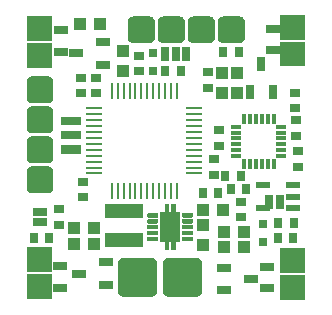
<source format=gts>
G04 DipTrace Beta 2.3.5.2*
%INLulfroMiniBrush.GTS*%
%MOIN*%
%ADD21R,0.025X0.05*%
%ADD22R,0.05X0.025*%
%ADD25R,0.0354X0.0276*%
%ADD26R,0.0276X0.0354*%
%ADD29R,0.0394X0.0433*%
%ADD30R,0.0433X0.0394*%
%ADD31R,0.0315X0.0315*%
%ADD32R,0.0472X0.0315*%
%ADD36R,0.0472X0.0217*%
%ADD42R,0.058X0.011*%
%ADD43R,0.011X0.058*%
%ADD53O,0.0158X0.0375*%
%ADD55O,0.0375X0.0158*%
%ADD57R,0.126X0.0512*%
%ADD61R,0.0453X0.0296*%
%ADD63R,0.0296X0.0453*%
%FSLAX44Y44*%
G04*
G70*
G90*
G75*
G01*
%LNTopMask*%
%LPD*%
D21*
X5375Y8250D3*
X5021D3*
X4658D3*
G36*
X776Y3618D2*
X224D1*
X207D1*
X190Y3621D1*
X172Y3626D1*
X156Y3632D1*
X140Y3640D1*
X125Y3650D1*
X111Y3661D1*
X99Y3674D1*
X87Y3688D1*
X78Y3702D1*
X70Y3718D1*
X63Y3735D1*
X59Y3752D1*
X56Y3770D1*
X55Y3787D1*
Y4338D1*
X56Y4355D1*
X59Y4373D1*
X63Y4390D1*
X70Y4407D1*
X78Y4423D1*
X87Y4437D1*
X99Y4451D1*
X111Y4464D1*
X125Y4475D1*
X140Y4485D1*
X156Y4493D1*
X172Y4499D1*
X190Y4504D1*
X207Y4507D1*
X224Y4508D1*
X776D1*
X793Y4507D1*
X810Y4504D1*
X828Y4499D1*
X844Y4493D1*
X860Y4485D1*
X875Y4475D1*
X889Y4464D1*
X901Y4451D1*
X913Y4437D1*
X922Y4423D1*
X930Y4407D1*
X937Y4390D1*
X941Y4373D1*
X944Y4355D1*
X945Y4338D1*
Y3787D1*
X944Y3770D1*
X941Y3752D1*
X937Y3735D1*
X930Y3718D1*
X922Y3702D1*
X913Y3688D1*
X901Y3674D1*
X889Y3661D1*
X875Y3650D1*
X860Y3640D1*
X844Y3632D1*
X828Y3626D1*
X810Y3621D1*
X793Y3618D1*
X776D1*
G37*
G36*
X945Y5338D2*
Y4787D1*
X944Y4770D1*
X941Y4752D1*
X937Y4735D1*
X930Y4718D1*
X922Y4702D1*
X913Y4688D1*
X901Y4674D1*
X889Y4661D1*
X875Y4650D1*
X860Y4640D1*
X844Y4632D1*
X828Y4626D1*
X810Y4621D1*
X793Y4618D1*
X776D1*
X224D1*
X207D1*
X190Y4621D1*
X172Y4626D1*
X156Y4632D1*
X140Y4640D1*
X125Y4650D1*
X111Y4661D1*
X99Y4674D1*
X87Y4688D1*
X78Y4702D1*
X70Y4718D1*
X63Y4735D1*
X59Y4752D1*
X56Y4770D1*
X55Y4787D1*
Y5338D1*
X56Y5355D1*
X59Y5373D1*
X63Y5390D1*
X70Y5407D1*
X78Y5423D1*
X87Y5437D1*
X99Y5451D1*
X111Y5464D1*
X125Y5475D1*
X140Y5485D1*
X156Y5493D1*
X172Y5499D1*
X190Y5504D1*
X207Y5507D1*
X224Y5508D1*
X776D1*
X793Y5507D1*
X810Y5504D1*
X828Y5499D1*
X844Y5493D1*
X860Y5485D1*
X875Y5475D1*
X889Y5464D1*
X901Y5451D1*
X913Y5437D1*
X922Y5423D1*
X930Y5407D1*
X937Y5390D1*
X941Y5373D1*
X944Y5355D1*
X945Y5338D1*
G37*
G36*
X224Y5618D2*
X776D1*
X793D1*
X810Y5621D1*
X828Y5626D1*
X844Y5632D1*
X860Y5640D1*
X875Y5650D1*
X889Y5661D1*
X901Y5674D1*
X913Y5688D1*
X922Y5702D1*
X930Y5718D1*
X937Y5735D1*
X941Y5752D1*
X944Y5770D1*
X945Y5787D1*
Y6338D1*
X944Y6355D1*
X941Y6373D1*
X937Y6390D1*
X930Y6407D1*
X922Y6423D1*
X913Y6437D1*
X901Y6451D1*
X889Y6464D1*
X875Y6475D1*
X860Y6485D1*
X844Y6493D1*
X828Y6499D1*
X810Y6504D1*
X793Y6507D1*
X776Y6508D1*
X224D1*
X207Y6507D1*
X190Y6504D1*
X172Y6499D1*
X156Y6493D1*
X140Y6485D1*
X125Y6475D1*
X111Y6464D1*
X99Y6451D1*
X87Y6437D1*
X78Y6423D1*
X70Y6407D1*
X63Y6390D1*
X59Y6373D1*
X56Y6355D1*
X55Y6338D1*
Y5787D1*
X56Y5770D1*
X59Y5752D1*
X63Y5735D1*
X70Y5718D1*
X78Y5702D1*
X87Y5688D1*
X99Y5674D1*
X111Y5661D1*
X125Y5650D1*
X140Y5640D1*
X156Y5632D1*
X172Y5626D1*
X190Y5621D1*
X207Y5618D1*
X224D1*
G37*
G36*
X945Y6787D2*
Y7338D1*
X944Y7355D1*
X941Y7373D1*
X937Y7390D1*
X930Y7407D1*
X922Y7423D1*
X913Y7437D1*
X901Y7451D1*
X889Y7464D1*
X875Y7475D1*
X860Y7485D1*
X844Y7493D1*
X828Y7499D1*
X810Y7504D1*
X793Y7507D1*
X776Y7508D1*
X224D1*
X207Y7507D1*
X190Y7504D1*
X172Y7499D1*
X156Y7493D1*
X140Y7485D1*
X125Y7475D1*
X111Y7464D1*
X99Y7451D1*
X87Y7437D1*
X78Y7423D1*
X70Y7407D1*
X63Y7390D1*
X59Y7373D1*
X56Y7355D1*
X55Y7338D1*
Y6787D1*
X56Y6770D1*
X59Y6752D1*
X63Y6735D1*
X70Y6718D1*
X78Y6702D1*
X87Y6688D1*
X99Y6674D1*
X111Y6661D1*
X125Y6650D1*
X140Y6640D1*
X156Y6632D1*
X172Y6626D1*
X190Y6621D1*
X207Y6618D1*
X224D1*
X776D1*
X793D1*
X810Y6621D1*
X828Y6626D1*
X844Y6632D1*
X860Y6640D1*
X875Y6650D1*
X889Y6661D1*
X901Y6674D1*
X913Y6688D1*
X922Y6702D1*
X930Y6718D1*
X937Y6735D1*
X941Y6752D1*
X944Y6770D1*
X945Y6787D1*
G37*
G36*
X3430Y8787D2*
Y9338D1*
X3431Y9355D1*
X3434Y9373D1*
X3438Y9390D1*
X3445Y9407D1*
X3453Y9423D1*
X3462Y9437D1*
X3474Y9451D1*
X3486Y9464D1*
X3500Y9475D1*
X3515Y9485D1*
X3531Y9493D1*
X3547Y9499D1*
X3565Y9504D1*
X3582Y9507D1*
X3599Y9508D1*
X4151D1*
X4168Y9507D1*
X4185Y9504D1*
X4203Y9499D1*
X4219Y9493D1*
X4235Y9485D1*
X4250Y9475D1*
X4264Y9464D1*
X4276Y9451D1*
X4288Y9437D1*
X4297Y9423D1*
X4305Y9407D1*
X4312Y9390D1*
X4316Y9373D1*
X4319Y9355D1*
X4320Y9338D1*
Y8787D1*
X4319Y8770D1*
X4316Y8752D1*
X4312Y8735D1*
X4305Y8718D1*
X4297Y8702D1*
X4288Y8688D1*
X4276Y8674D1*
X4264Y8661D1*
X4250Y8650D1*
X4235Y8640D1*
X4219Y8632D1*
X4203Y8626D1*
X4185Y8621D1*
X4168Y8618D1*
X4151D1*
X3599D1*
X3582D1*
X3565Y8621D1*
X3547Y8626D1*
X3531Y8632D1*
X3515Y8640D1*
X3500Y8650D1*
X3486Y8661D1*
X3474Y8674D1*
X3462Y8688D1*
X3453Y8702D1*
X3445Y8718D1*
X3438Y8735D1*
X3434Y8752D1*
X3431Y8770D1*
X3430Y8787D1*
G37*
G36*
X5151Y8618D2*
X4599D1*
X4582D1*
X4565Y8621D1*
X4547Y8626D1*
X4531Y8632D1*
X4515Y8640D1*
X4500Y8650D1*
X4486Y8661D1*
X4474Y8674D1*
X4462Y8688D1*
X4453Y8702D1*
X4445Y8718D1*
X4438Y8735D1*
X4434Y8752D1*
X4431Y8770D1*
X4430Y8787D1*
Y9338D1*
X4431Y9355D1*
X4434Y9373D1*
X4438Y9390D1*
X4445Y9407D1*
X4453Y9423D1*
X4462Y9437D1*
X4474Y9451D1*
X4486Y9464D1*
X4500Y9475D1*
X4515Y9485D1*
X4531Y9493D1*
X4547Y9499D1*
X4565Y9504D1*
X4582Y9507D1*
X4599Y9508D1*
X5151D1*
X5168Y9507D1*
X5185Y9504D1*
X5203Y9499D1*
X5219Y9493D1*
X5235Y9485D1*
X5250Y9475D1*
X5264Y9464D1*
X5276Y9451D1*
X5288Y9437D1*
X5297Y9423D1*
X5305Y9407D1*
X5312Y9390D1*
X5316Y9373D1*
X5319Y9355D1*
X5320Y9338D1*
Y8787D1*
X5319Y8770D1*
X5316Y8752D1*
X5312Y8735D1*
X5305Y8718D1*
X5297Y8702D1*
X5288Y8688D1*
X5276Y8674D1*
X5264Y8661D1*
X5250Y8650D1*
X5235Y8640D1*
X5219Y8632D1*
X5203Y8626D1*
X5185Y8621D1*
X5168Y8618D1*
X5151D1*
G37*
G36*
X5430Y9338D2*
Y8787D1*
X5431Y8770D1*
X5434Y8752D1*
X5438Y8735D1*
X5445Y8718D1*
X5453Y8702D1*
X5462Y8688D1*
X5474Y8674D1*
X5486Y8661D1*
X5500Y8650D1*
X5515Y8640D1*
X5531Y8632D1*
X5547Y8626D1*
X5565Y8621D1*
X5582Y8618D1*
X5599D1*
X6151D1*
X6168D1*
X6185Y8621D1*
X6203Y8626D1*
X6219Y8632D1*
X6235Y8640D1*
X6250Y8650D1*
X6264Y8661D1*
X6276Y8674D1*
X6288Y8688D1*
X6297Y8702D1*
X6305Y8718D1*
X6312Y8735D1*
X6316Y8752D1*
X6319Y8770D1*
X6320Y8787D1*
Y9338D1*
X6319Y9355D1*
X6316Y9373D1*
X6312Y9390D1*
X6305Y9407D1*
X6297Y9423D1*
X6288Y9437D1*
X6276Y9451D1*
X6264Y9464D1*
X6250Y9475D1*
X6235Y9485D1*
X6219Y9493D1*
X6203Y9499D1*
X6185Y9504D1*
X6168Y9507D1*
X6151Y9508D1*
X5599D1*
X5582Y9507D1*
X5565Y9504D1*
X5547Y9499D1*
X5531Y9493D1*
X5515Y9485D1*
X5500Y9475D1*
X5486Y9464D1*
X5474Y9451D1*
X5462Y9437D1*
X5453Y9423D1*
X5445Y9407D1*
X5438Y9390D1*
X5434Y9373D1*
X5431Y9355D1*
X5430Y9338D1*
G37*
G36*
X6599Y8618D2*
X7151D1*
X7168D1*
X7185Y8621D1*
X7203Y8626D1*
X7219Y8632D1*
X7235Y8640D1*
X7250Y8650D1*
X7264Y8661D1*
X7276Y8674D1*
X7288Y8688D1*
X7297Y8702D1*
X7305Y8718D1*
X7312Y8735D1*
X7316Y8752D1*
X7319Y8770D1*
X7320Y8787D1*
Y9338D1*
X7319Y9355D1*
X7316Y9373D1*
X7312Y9390D1*
X7305Y9407D1*
X7297Y9423D1*
X7288Y9437D1*
X7276Y9451D1*
X7264Y9464D1*
X7250Y9475D1*
X7235Y9485D1*
X7219Y9493D1*
X7203Y9499D1*
X7185Y9504D1*
X7168Y9507D1*
X7151Y9508D1*
X6599D1*
X6582Y9507D1*
X6565Y9504D1*
X6547Y9499D1*
X6531Y9493D1*
X6515Y9485D1*
X6500Y9475D1*
X6486Y9464D1*
X6474Y9451D1*
X6462Y9437D1*
X6453Y9423D1*
X6445Y9407D1*
X6438Y9390D1*
X6434Y9373D1*
X6431Y9355D1*
X6430Y9338D1*
Y8787D1*
X6431Y8770D1*
X6434Y8752D1*
X6438Y8735D1*
X6445Y8718D1*
X6453Y8702D1*
X6462Y8688D1*
X6474Y8674D1*
X6486Y8661D1*
X6500Y8650D1*
X6515Y8640D1*
X6531Y8632D1*
X6547Y8626D1*
X6565Y8621D1*
X6582Y8618D1*
X6599D1*
G37*
G36*
X4605Y337D2*
Y1288D1*
X4606Y1305D1*
X4609Y1323D1*
X4613Y1340D1*
X4620Y1357D1*
X4628Y1373D1*
X4637Y1387D1*
X4649Y1401D1*
X4661Y1414D1*
X4675Y1425D1*
X4690Y1435D1*
X4706Y1443D1*
X4722Y1449D1*
X4740Y1454D1*
X4757Y1457D1*
X4774D1*
X5726D1*
X5743D1*
X5760Y1454D1*
X5778Y1449D1*
X5794Y1443D1*
X5810Y1435D1*
X5825Y1425D1*
X5839Y1414D1*
X5851Y1401D1*
X5863Y1387D1*
X5872Y1373D1*
X5880Y1357D1*
X5887Y1340D1*
X5891Y1323D1*
X5894Y1305D1*
X5895Y1288D1*
Y337D1*
X5894Y320D1*
X5891Y302D1*
X5887Y285D1*
X5880Y268D1*
X5872Y252D1*
X5863Y238D1*
X5851Y224D1*
X5839Y211D1*
X5825Y200D1*
X5810Y190D1*
X5794Y182D1*
X5778Y176D1*
X5760Y171D1*
X5743Y168D1*
X5726Y167D1*
X4774D1*
X4757Y168D1*
X4740Y171D1*
X4722Y176D1*
X4706Y182D1*
X4690Y190D1*
X4675Y200D1*
X4661Y211D1*
X4649Y224D1*
X4637Y238D1*
X4628Y252D1*
X4620Y268D1*
X4613Y285D1*
X4609Y302D1*
X4606Y320D1*
X4605Y337D1*
G37*
G36*
X4395D2*
Y1288D1*
X4394Y1305D1*
X4391Y1323D1*
X4387Y1340D1*
X4380Y1357D1*
X4372Y1373D1*
X4363Y1387D1*
X4351Y1401D1*
X4339Y1414D1*
X4325Y1425D1*
X4310Y1435D1*
X4294Y1443D1*
X4278Y1449D1*
X4260Y1454D1*
X4243Y1457D1*
X4226D1*
X3274D1*
X3257D1*
X3240Y1454D1*
X3222Y1449D1*
X3206Y1443D1*
X3190Y1435D1*
X3175Y1425D1*
X3161Y1414D1*
X3149Y1401D1*
X3137Y1387D1*
X3128Y1373D1*
X3120Y1357D1*
X3113Y1340D1*
X3109Y1323D1*
X3106Y1305D1*
X3105Y1288D1*
Y337D1*
X3106Y320D1*
X3109Y302D1*
X3113Y285D1*
X3120Y268D1*
X3128Y252D1*
X3137Y238D1*
X3149Y224D1*
X3161Y211D1*
X3175Y200D1*
X3190Y190D1*
X3206Y182D1*
X3222Y176D1*
X3240Y171D1*
X3257Y168D1*
X3274Y167D1*
X4226D1*
X4243Y168D1*
X4260Y171D1*
X4278Y176D1*
X4294Y182D1*
X4310Y190D1*
X4325Y200D1*
X4339Y211D1*
X4351Y224D1*
X4363Y238D1*
X4372Y252D1*
X4380Y268D1*
X4387Y285D1*
X4391Y302D1*
X4394Y320D1*
X4395Y337D1*
G37*
D22*
X500Y3000D3*
Y2646D3*
D25*
X1875Y6938D3*
Y7449D3*
X1940Y3990D3*
Y3478D3*
D26*
X8438Y2625D3*
X8949D3*
D25*
X7182Y3318D3*
Y2807D3*
X9110Y5010D3*
Y4498D3*
D26*
X6674Y4194D3*
X7186D3*
D25*
X9000Y6438D3*
Y6950D3*
X9040Y6042D3*
Y5530D3*
D26*
X7375Y3750D3*
X6863D3*
D29*
X5937Y1875D3*
Y2544D3*
D30*
Y3062D3*
X6607D3*
D25*
X6100Y7130D3*
Y7642D3*
X2375Y6938D3*
Y7449D3*
D26*
X5926Y3625D3*
X6437D3*
D31*
X7938Y2000D3*
Y2591D3*
D32*
X8250Y8375D3*
Y9084D3*
D31*
X4250Y7687D3*
Y8278D3*
D32*
X1190Y8330D3*
Y9039D3*
X8050Y1150D3*
Y441D3*
X1150Y1175D3*
Y466D3*
D63*
X7500Y7000D3*
X8248D3*
X7874Y7906D3*
D61*
X2600Y7900D3*
Y8648D3*
X1694Y8274D3*
X6627Y1120D3*
Y372D3*
X7532Y746D3*
X2688Y563D3*
Y1311D3*
X1782Y937D3*
D36*
X8938Y3125D3*
Y3499D3*
Y3873D3*
X7914D3*
Y3125D3*
D57*
X3313Y2062D3*
X3312Y3010D3*
G36*
X8511Y8667D2*
X9339D1*
Y7839D1*
X8511D1*
Y8667D1*
G37*
G36*
X9335Y8736D2*
X8507D1*
Y9564D1*
X9335D1*
Y8736D1*
G37*
G36*
X61Y8617D2*
X889D1*
Y7789D1*
X61D1*
Y8617D1*
G37*
G36*
X885Y8686D2*
X57D1*
Y9514D1*
X885D1*
Y8686D1*
G37*
G36*
X9314Y958D2*
X8486D1*
Y1786D1*
X9314D1*
Y958D1*
G37*
G36*
X8490Y889D2*
X9318D1*
Y61D1*
X8490D1*
Y889D1*
G37*
G36*
X889Y983D2*
X61D1*
Y1811D1*
X889D1*
Y983D1*
G37*
G36*
X65Y914D2*
X893D1*
Y86D1*
X65D1*
Y914D1*
G37*
D55*
X8540Y4850D3*
Y5047D3*
Y5244D3*
Y5441D3*
Y5637D3*
Y5834D3*
D53*
X8284Y6090D3*
X8087D3*
X7890D3*
X7694D3*
X7497D3*
X7300D3*
D55*
X7044Y5834D3*
Y5637D3*
Y5441D3*
Y5244D3*
Y5047D3*
Y4850D3*
D53*
X7300Y4594D3*
X7497D3*
X7694D3*
X7890D3*
X8087D3*
X8284D3*
D29*
X7063Y7625D3*
Y6956D3*
D26*
X5187Y7687D3*
X4676D3*
D25*
X6280Y4230D3*
Y4742D3*
X6470Y5200D3*
Y5712D3*
X3812Y8187D3*
Y7676D3*
D26*
X7125Y8313D3*
X6613D3*
X8938Y2125D3*
X8426D3*
D25*
X1125Y2563D3*
Y3074D3*
D26*
X812Y2125D3*
X301D3*
D30*
X2500Y9250D3*
X1831D3*
X7313Y1812D3*
X6643D3*
X2313Y1937D3*
X1643D3*
D29*
X6550Y7625D3*
Y6956D3*
X3275Y8350D3*
Y7681D3*
D30*
X7313Y2312D3*
X6643D3*
X2313Y2438D3*
X1643D3*
D21*
X8500Y3313D3*
X8146D3*
G36*
X4437Y2903D2*
Y2911D1*
X4435Y2919D1*
X4431Y2926D1*
X4426Y2933D1*
X4420Y2939D1*
X4414Y2944D1*
X4406Y2947D1*
X4398Y2949D1*
X4391Y2950D1*
X4109D1*
X4102Y2949D1*
X4094Y2947D1*
X4086Y2944D1*
X4080Y2939D1*
X4074Y2933D1*
X4069Y2926D1*
X4065Y2919D1*
X4063Y2911D1*
Y2903D1*
Y2847D1*
Y2839D1*
X4065Y2831D1*
X4069Y2824D1*
X4074Y2817D1*
X4080Y2811D1*
X4086Y2806D1*
X4094Y2803D1*
X4102Y2801D1*
X4109Y2800D1*
X4391D1*
X4398Y2801D1*
X4406Y2803D1*
X4414Y2806D1*
X4420Y2811D1*
X4426Y2817D1*
X4431Y2824D1*
X4435Y2831D1*
X4437Y2839D1*
Y2847D1*
Y2903D1*
G37*
G36*
Y2707D2*
Y2714D1*
X4435Y2722D1*
X4431Y2730D1*
X4426Y2736D1*
X4420Y2742D1*
X4414Y2747D1*
X4406Y2750D1*
X4398Y2753D1*
X4391D1*
X4109D1*
X4102D1*
X4094Y2750D1*
X4086Y2747D1*
X4080Y2742D1*
X4074Y2736D1*
X4069Y2730D1*
X4065Y2722D1*
X4063Y2714D1*
Y2707D1*
Y2650D1*
Y2642D1*
X4065Y2634D1*
X4069Y2627D1*
X4074Y2620D1*
X4080Y2614D1*
X4086Y2609D1*
X4094Y2606D1*
X4102Y2604D1*
X4109Y2603D1*
X4391D1*
X4398Y2604D1*
X4406Y2606D1*
X4414Y2609D1*
X4420Y2614D1*
X4426Y2620D1*
X4431Y2627D1*
X4435Y2634D1*
X4437Y2642D1*
Y2650D1*
Y2707D1*
G37*
G36*
Y2510D2*
Y2517D1*
X4435Y2525D1*
X4431Y2533D1*
X4426Y2539D1*
X4420Y2545D1*
X4414Y2550D1*
X4406Y2554D1*
X4398Y2556D1*
X4391D1*
X4109D1*
X4102D1*
X4094Y2554D1*
X4086Y2550D1*
X4080Y2545D1*
X4074Y2539D1*
X4069Y2533D1*
X4065Y2525D1*
X4063Y2517D1*
Y2510D1*
Y2453D1*
Y2445D1*
X4065Y2437D1*
X4069Y2430D1*
X4074Y2423D1*
X4080Y2417D1*
X4086Y2412D1*
X4094Y2409D1*
X4102Y2407D1*
X4109Y2406D1*
X4391D1*
X4398Y2407D1*
X4406Y2409D1*
X4414Y2412D1*
X4420Y2417D1*
X4426Y2423D1*
X4431Y2430D1*
X4435Y2437D1*
X4437Y2445D1*
Y2453D1*
Y2510D1*
G37*
G36*
Y2313D2*
Y2320D1*
X4435Y2328D1*
X4431Y2336D1*
X4426Y2343D1*
X4420Y2349D1*
X4414Y2353D1*
X4406Y2357D1*
X4398Y2359D1*
X4391Y2360D1*
X4109D1*
X4102Y2359D1*
X4094Y2357D1*
X4086Y2353D1*
X4080Y2349D1*
X4074Y2343D1*
X4069Y2336D1*
X4065Y2328D1*
X4063Y2320D1*
Y2313D1*
Y2256D1*
Y2249D1*
X4065Y2241D1*
X4069Y2233D1*
X4074Y2226D1*
X4080Y2220D1*
X4086Y2216D1*
X4094Y2212D1*
X4102Y2210D1*
X4109Y2209D1*
X4391D1*
X4398Y2210D1*
X4406Y2212D1*
X4414Y2216D1*
X4420Y2220D1*
X4426Y2226D1*
X4431Y2233D1*
X4435Y2241D1*
X4437Y2249D1*
Y2256D1*
Y2313D1*
G37*
G36*
Y2116D2*
Y2123D1*
X4435Y2131D1*
X4431Y2139D1*
X4426Y2146D1*
X4420Y2152D1*
X4414Y2156D1*
X4406Y2160D1*
X4398Y2162D1*
X4391Y2163D1*
X4109D1*
X4102Y2162D1*
X4094Y2160D1*
X4086Y2156D1*
X4080Y2152D1*
X4074Y2146D1*
X4069Y2139D1*
X4065Y2131D1*
X4063Y2123D1*
Y2116D1*
Y2059D1*
Y2052D1*
X4065Y2044D1*
X4069Y2036D1*
X4074Y2029D1*
X4080Y2024D1*
X4086Y2019D1*
X4094Y2015D1*
X4102Y2013D1*
X4109Y2012D1*
X4391D1*
X4398Y2013D1*
X4406Y2015D1*
X4414Y2019D1*
X4420Y2024D1*
X4426Y2029D1*
X4431Y2036D1*
X4435Y2044D1*
X4437Y2052D1*
Y2059D1*
Y2116D1*
G37*
G36*
X5224Y2059D2*
X5225Y2052D1*
X5227Y2044D1*
X5230Y2036D1*
X5235Y2029D1*
X5241Y2024D1*
X5248Y2019D1*
X5255Y2015D1*
X5263Y2013D1*
X5271Y2012D1*
X5552D1*
X5559Y2013D1*
X5567Y2015D1*
X5575Y2019D1*
X5582Y2024D1*
X5588Y2029D1*
X5592Y2036D1*
X5596Y2044D1*
X5598Y2052D1*
X5599Y2059D1*
Y2116D1*
X5598Y2123D1*
X5596Y2131D1*
X5592Y2139D1*
X5588Y2146D1*
X5582Y2152D1*
X5575Y2156D1*
X5567Y2160D1*
X5559Y2162D1*
X5552Y2163D1*
X5271D1*
X5263Y2162D1*
X5255Y2160D1*
X5248Y2156D1*
X5241Y2152D1*
X5235Y2146D1*
X5230Y2139D1*
X5227Y2131D1*
X5225Y2123D1*
X5224Y2116D1*
Y2059D1*
G37*
G36*
Y2256D2*
X5225Y2249D1*
X5227Y2241D1*
X5230Y2233D1*
X5235Y2226D1*
X5241Y2220D1*
X5248Y2216D1*
X5255Y2212D1*
X5263Y2210D1*
X5271Y2209D1*
X5552D1*
X5559Y2210D1*
X5567Y2212D1*
X5575Y2216D1*
X5582Y2220D1*
X5588Y2226D1*
X5592Y2233D1*
X5596Y2241D1*
X5598Y2249D1*
X5599Y2256D1*
Y2313D1*
X5598Y2320D1*
X5596Y2328D1*
X5592Y2336D1*
X5588Y2343D1*
X5582Y2349D1*
X5575Y2353D1*
X5567Y2357D1*
X5559Y2359D1*
X5552Y2360D1*
X5271D1*
X5263Y2359D1*
X5255Y2357D1*
X5248Y2353D1*
X5241Y2349D1*
X5235Y2343D1*
X5230Y2336D1*
X5227Y2328D1*
X5225Y2320D1*
X5224Y2313D1*
Y2256D1*
G37*
G36*
Y2453D2*
X5225Y2445D1*
X5227Y2437D1*
X5230Y2430D1*
X5235Y2423D1*
X5241Y2417D1*
X5248Y2412D1*
X5255Y2409D1*
X5263Y2407D1*
X5271Y2406D1*
X5552D1*
X5559Y2407D1*
X5567Y2409D1*
X5575Y2412D1*
X5582Y2417D1*
X5588Y2423D1*
X5592Y2430D1*
X5596Y2437D1*
X5598Y2445D1*
X5599Y2453D1*
Y2510D1*
X5598Y2517D1*
X5596Y2525D1*
X5592Y2533D1*
X5588Y2539D1*
X5582Y2545D1*
X5575Y2550D1*
X5567Y2554D1*
X5559Y2556D1*
X5552D1*
X5271D1*
X5263D1*
X5255Y2554D1*
X5248Y2550D1*
X5241Y2545D1*
X5235Y2539D1*
X5230Y2533D1*
X5227Y2525D1*
X5225Y2517D1*
X5224Y2510D1*
Y2453D1*
G37*
G36*
Y2650D2*
X5225Y2642D1*
X5227Y2634D1*
X5230Y2627D1*
X5235Y2620D1*
X5241Y2614D1*
X5248Y2609D1*
X5255Y2606D1*
X5263Y2604D1*
X5271Y2603D1*
X5552D1*
X5559Y2604D1*
X5567Y2606D1*
X5575Y2609D1*
X5582Y2614D1*
X5588Y2620D1*
X5592Y2627D1*
X5596Y2634D1*
X5598Y2642D1*
X5599Y2650D1*
Y2707D1*
X5598Y2714D1*
X5596Y2722D1*
X5592Y2730D1*
X5588Y2736D1*
X5582Y2742D1*
X5575Y2747D1*
X5567Y2750D1*
X5559Y2753D1*
X5552D1*
X5271D1*
X5263D1*
X5255Y2750D1*
X5248Y2747D1*
X5241Y2742D1*
X5235Y2736D1*
X5230Y2730D1*
X5227Y2722D1*
X5225Y2714D1*
X5224Y2707D1*
Y2650D1*
G37*
G36*
Y2847D2*
X5225Y2839D1*
X5227Y2831D1*
X5230Y2824D1*
X5235Y2817D1*
X5241Y2811D1*
X5248Y2806D1*
X5255Y2803D1*
X5263Y2801D1*
X5271Y2800D1*
X5552D1*
X5559Y2801D1*
X5567Y2803D1*
X5575Y2806D1*
X5582Y2811D1*
X5588Y2817D1*
X5592Y2824D1*
X5596Y2831D1*
X5598Y2839D1*
X5599Y2847D1*
Y2903D1*
X5598Y2911D1*
X5596Y2919D1*
X5592Y2926D1*
X5588Y2933D1*
X5582Y2939D1*
X5575Y2944D1*
X5567Y2947D1*
X5559Y2949D1*
X5552Y2950D1*
X5271D1*
X5263Y2949D1*
X5255Y2947D1*
X5248Y2944D1*
X5241Y2939D1*
X5235Y2933D1*
X5230Y2926D1*
X5227Y2919D1*
X5225Y2911D1*
X5224Y2903D1*
Y2847D1*
G37*
G36*
X5176Y1989D2*
Y2974D1*
X4486D1*
Y1989D1*
X5176D1*
G37*
G36*
X5014Y1713D2*
Y3249D1*
X4864D1*
Y1713D1*
X5014D1*
G37*
G36*
X4798D2*
Y3249D1*
X4647D1*
Y1713D1*
X4798D1*
G37*
D42*
X2313Y6438D3*
Y6241D3*
Y6044D3*
Y5847D3*
Y5650D3*
Y5453D3*
Y5256D3*
Y5060D3*
Y4863D3*
Y4666D3*
Y4469D3*
Y4272D3*
D43*
X2890Y3695D3*
X3087D3*
X3284D3*
X3480D3*
X3677D3*
X3874D3*
X4071D3*
X4268D3*
X4465D3*
X4661D3*
X4858D3*
X5055D3*
D42*
X5633Y4272D3*
Y4469D3*
Y4666D3*
Y4863D3*
Y5060D3*
Y5256D3*
Y5453D3*
Y5650D3*
Y5847D3*
Y6044D3*
Y6241D3*
Y6438D3*
D43*
X5055Y7015D3*
X4858D3*
X4661D3*
X4465D3*
X4268D3*
X4071D3*
X3874D3*
X3677D3*
X3480D3*
X3284D3*
X3087D3*
X2890D3*
G36*
X1865Y5882D2*
Y6158D1*
X1195D1*
Y5882D1*
X1865D1*
G37*
G36*
Y5410D2*
Y5685D1*
X1195D1*
Y5410D1*
X1865D1*
G37*
G36*
Y4937D2*
Y5213D1*
X1195D1*
Y4937D1*
X1865D1*
G37*
M02*

</source>
